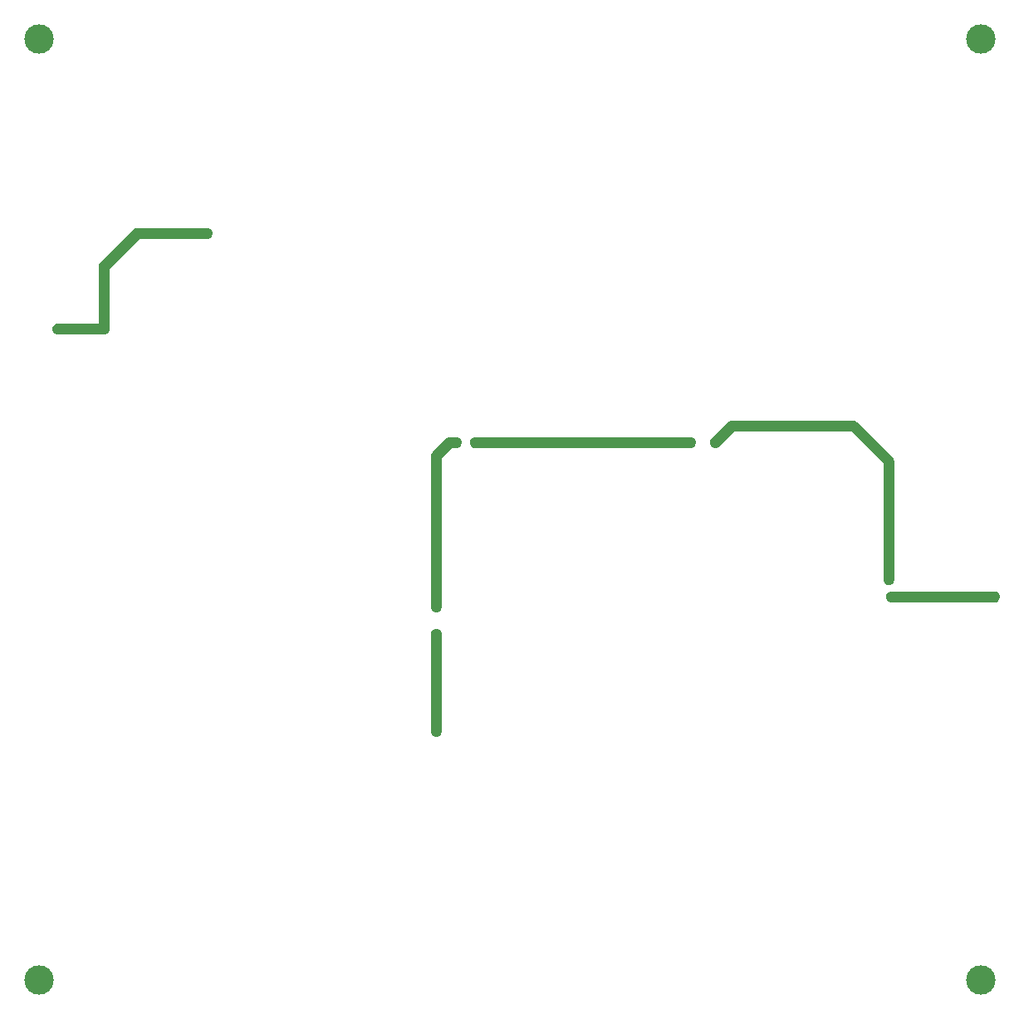
<source format=gbr>
G04 Layer_Color=0*
%FSLAX26Y26*%
%MOIN*%
%TF.FileFunction,NonPlated,1,2,NPTH,Drill*%
%TF.Part,Single*%
G01*
G75*
%TA.AperFunction,OtherDrill,Pad Free-4 (0mil,0mil)*%
%ADD81C,0.118110*%
%TA.AperFunction,OtherDrill,Pad Free-4 (3779.526mil,0mil)*%
%ADD82C,0.118110*%
%TA.AperFunction,OtherDrill,Pad Free-4 (3779.526mil,3779.528mil)*%
%ADD83C,0.118110*%
%TA.AperFunction,OtherDrill,Pad Free-4 (0mil,3779.528mil)*%
%ADD84C,0.118110*%
G36*
X1573332Y1500000D02*
Y2105000D01*
Y2107141D01*
X1574169Y2111339D01*
X1575812Y2115293D01*
X1578197Y2118848D01*
X1579715Y2120358D01*
D01*
X1579678Y2120322D01*
X1634678Y2175322D01*
X1634642Y2175285D01*
X1636152Y2176803D01*
X1639707Y2179188D01*
X1643661Y2180831D01*
X1647859Y2181669D01*
X1650000D01*
D01*
X1675000D01*
X1679310D01*
X1687274Y2178370D01*
X1693370Y2172274D01*
X1696668Y2164310D01*
Y2160000D01*
Y2155690D01*
X1693370Y2147726D01*
X1687274Y2141630D01*
X1679310Y2138331D01*
X1675000D01*
D01*
X1658975D01*
X1616668Y2096025D01*
Y1500000D01*
Y1495690D01*
X1613370Y1487726D01*
X1607274Y1481630D01*
X1599310Y1478332D01*
X1590690D01*
X1582726Y1481630D01*
X1576630Y1487726D01*
X1573332Y1495690D01*
Y1500000D01*
D01*
D02*
G37*
G36*
X75000Y2593331D02*
X70690D01*
X62726Y2596630D01*
X56630Y2602726D01*
X53331Y2610690D01*
Y2619310D01*
X56630Y2627274D01*
X62726Y2633370D01*
X70690Y2636669D01*
X75000D01*
D01*
X238332D01*
Y2865000D01*
Y2867141D01*
X239169Y2871339D01*
X240812Y2875293D01*
X243197Y2878848D01*
X244714Y2880358D01*
D01*
X244678Y2880322D01*
X379678Y3015322D01*
X379642Y3015285D01*
X381152Y3016803D01*
X384707Y3019188D01*
X388661Y3020831D01*
X392859Y3021669D01*
X395000D01*
D01*
X675000D01*
X679310D01*
X687274Y3018370D01*
X693370Y3012274D01*
X696668Y3004310D01*
Y3000000D01*
Y2995690D01*
X693370Y2987726D01*
X687274Y2981630D01*
X679310Y2978331D01*
X675000D01*
D01*
X403975D01*
X281668Y2856025D01*
Y2615000D01*
Y2610690D01*
X278370Y2602726D01*
X272274Y2596630D01*
X264310Y2593331D01*
X260000D01*
D01*
X75000D01*
D02*
G37*
G36*
X3422274Y1518332D02*
X3417964D01*
X3410000Y1521630D01*
X3403905Y1527726D01*
X3400606Y1535690D01*
Y1544310D01*
X3403905Y1552274D01*
X3410000Y1558370D01*
X3417964Y1561668D01*
X3422274D01*
D01*
X3843000Y1561668D01*
X3845943Y1560095D01*
X3850777Y1555494D01*
X3854208Y1549769D01*
X3855989Y1543337D01*
X3855988Y1536662D01*
X3854208Y1530230D01*
X3850777Y1524506D01*
X3845943Y1519904D01*
X3843000Y1518331D01*
X3843000Y1518331D01*
X3422274Y1518332D01*
D02*
G37*
G36*
X1573332Y1000000D02*
Y995690D01*
X1576630Y987726D01*
X1582726Y981630D01*
X1590690Y978332D01*
X1599310D01*
X1607274Y981630D01*
X1613370Y987726D01*
X1616668Y995690D01*
Y1000000D01*
D01*
Y1390000D01*
Y1394310D01*
X1613370Y1402274D01*
X1607274Y1408370D01*
X1599310Y1411668D01*
X1590690D01*
X1582726Y1408370D01*
X1576630Y1402274D01*
X1573332Y1394310D01*
Y1390000D01*
D01*
Y1000000D01*
D02*
G37*
G36*
X1750000Y2138331D02*
X1745690D01*
X1737726Y2141630D01*
X1731630Y2147726D01*
X1728332Y2155690D01*
Y2164310D01*
X1731630Y2172274D01*
X1737726Y2178370D01*
X1745690Y2181669D01*
X1750000D01*
D01*
X2615000D01*
X2619310D01*
X2627274Y2178370D01*
X2633370Y2172274D01*
X2636669Y2164310D01*
Y2160000D01*
Y2155690D01*
X2633370Y2147726D01*
X2627274Y2141630D01*
X2619310Y2138331D01*
X2615000D01*
D01*
X1750000D01*
D02*
G37*
G36*
X2730322Y2144678D02*
X2727274Y2141630D01*
X2719310Y2138331D01*
X2710690Y2138331D01*
X2702726Y2141630D01*
X2696630Y2147726D01*
X2693332Y2155690D01*
X2693331Y2164310D01*
X2696630Y2172274D01*
X2699678Y2175322D01*
Y2175322D01*
X2764678Y2240322D01*
X2766186Y2241833D01*
X2769734Y2244207D01*
X2773678Y2245840D01*
X2777865Y2246671D01*
X2780000Y2246668D01*
X2780000Y2246669D01*
X3270000Y2246668D01*
X3272141Y2246668D01*
X3276339Y2245831D01*
X3280293Y2244188D01*
X3283848Y2241803D01*
X3285358Y2240285D01*
X3285358Y2240285D01*
X3425322Y2100322D01*
X3426833Y2098814D01*
X3429207Y2095266D01*
X3430840Y2091322D01*
X3431671Y2087134D01*
X3431668Y2085000D01*
X3431669Y2085000D01*
Y1610000D01*
Y1605690D01*
X3428370Y1597726D01*
X3422274Y1591630D01*
X3414310Y1588332D01*
X3405690D01*
X3397726Y1591630D01*
X3391630Y1597726D01*
X3388331Y1605690D01*
Y1610000D01*
D01*
Y2076025D01*
X3261025Y2203331D01*
X2788975D01*
X2730322Y2144678D01*
D02*
G37*
D81*
X0Y0D02*
D03*
D82*
X3779526D02*
D03*
D83*
Y3779528D02*
D03*
D84*
X0D02*
D03*
%TF.MD5,41387435b3e40ee1bf950b83e1653ac3*%
M02*

</source>
